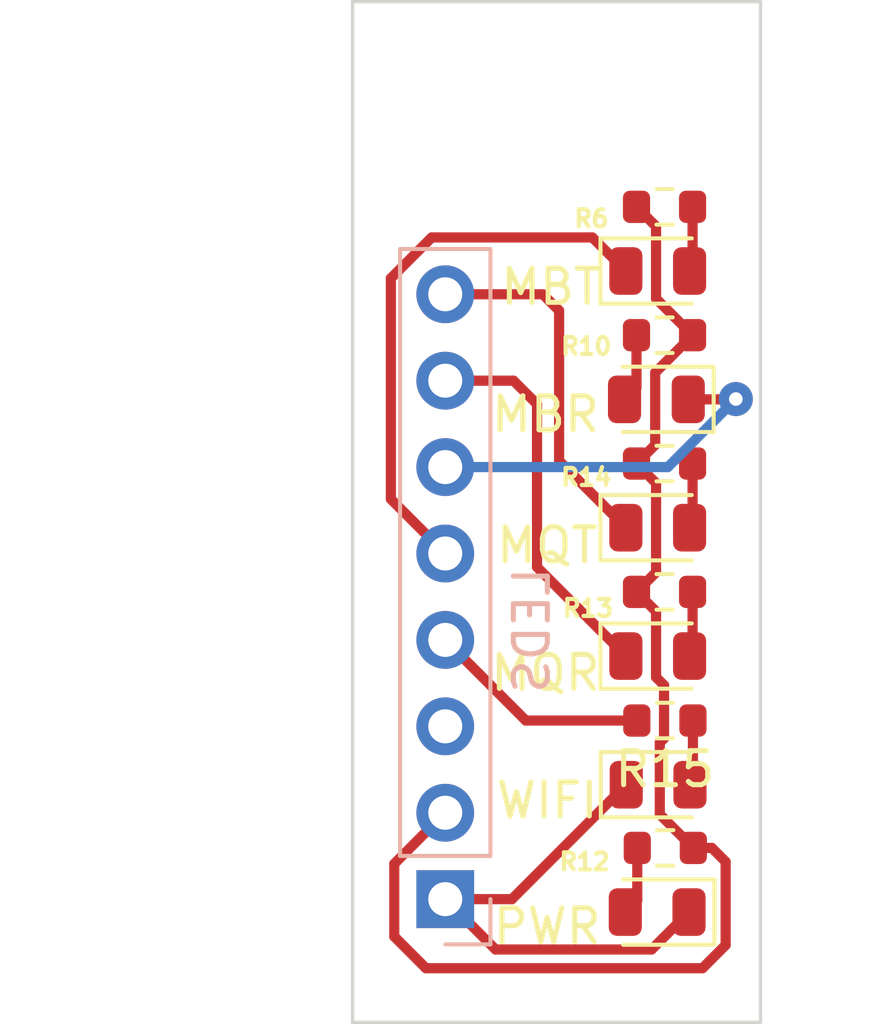
<source format=kicad_pcb>
(kicad_pcb (version 20221018) (generator pcbnew)
  (layers (0 "F.Cu" signal) (31 "B.Cu" signal) (34 "B.Paste" user) (35 "F.Paste" user) (36 "B.SilkS" user "B.Silkscreen") (37 "F.SilkS" user "F.Silkscreen") (38 "B.Mask" user) (39 "F.Mask" user) (44 "Edge.Cuts" user))
  (net 0 "")
  (net 1 "GND")
  (net 2 "+3V3")
  (net 3 "Net-(CH32V203F8P1-NRST)")
  (net 4 "Rx")
  (net 5 "Tx")
  (net 6 "Net-(CH32V203F8P1-PB15)")
  (net 7 "PA9")
  (net 8 "PA10")
  (net 9 "Net-(D2-A)")
  (net 10 "Net-(D3-A)")
  (net 11 "Net-(D5-A)")
  (net 12 "Net-(D6-A)")
  (net 13 "Net-(D7-A)")
  (net 14 "Net-(D8-A)")
  (footprint "Resistor_SMD:R_0603_1608Metric" (layer "F.Cu") (at 171.8025 88.3)
    (fp_text reference "R6" (at -2.1525 0.35) (layer "F.SilkS") (effects (font (size 0.5 0.5) (thickness 0.125))))
    (fp_text value "1k")
    (fp_line (start -0.237258 -0.5225) (end 0.237258 -0.5225) (stroke (width 0.12)) (layer "F.SilkS"))
    (fp_line (start -0.237258 0.5225) (end 0.237258 0.5225) (stroke (width 0.12)) (layer "F.SilkS"))
    (pad "1" smd roundrect (at -0.825 0) (size 0.8 0.95) (layers "F.Cu" "F.Paste" "F.Mask") (net 2 "+3V3"))
    (pad "2" smd roundrect (at 0.825 0) (size 0.8 0.95) (layers "F.Cu" "F.Paste" "F.Mask") (net 9 "Net-(D2-A)"))
  )
  (footprint "Diode_SMD:D_0805_2012Metric" (layer "F.Cu") (at 171.585 109.030594 180)
    (fp_text reference "PWR" (at 3.235 -0.419406) (layer "F.SilkS"))
    (fp_text value "LED")
    (fp_line (start -1.685 -0.96) (end -1.685 0.96) (stroke (width 0.12)) (layer "F.SilkS"))
    (fp_line (start -1.685 0.96) (end 1 0.96) (stroke (width 0.12)) (layer "F.SilkS"))
    (fp_line (start 1 -0.96) (end -1.685 -0.96) (stroke (width 0.12)) (layer "F.SilkS"))
    (pad "1" smd roundrect (at -0.9375 0 180) (size 0.975 1.4) (layers "F.Cu" "F.Paste" "F.Mask") (net 1 "GND"))
    (pad "2" smd roundrect (at 0.9375 0 180) (size 0.975 1.4) (layers "F.Cu" "F.Paste" "F.Mask") (net 11 "Net-(D5-A)"))
  )
  (footprint "Diode_SMD:D_0805_2012Metric" (layer "F.Cu") (at 171.6025 90.186363)
    (fp_text reference "MBT" (at -3.1525 0.463637) (layer "F.SilkS"))
    (fp_text value "Tx2")
    (fp_line (start -1.685 -0.96) (end -1.685 0.96) (stroke (width 0.12)) (layer "F.SilkS"))
    (fp_line (start -1.685 0.96) (end 1 0.96) (stroke (width 0.12)) (layer "F.SilkS"))
    (fp_line (start 1 -0.96) (end -1.685 -0.96) (stroke (width 0.12)) (layer "F.SilkS"))
    (pad "1" smd roundrect (at -0.9375 0) (size 0.975 1.4) (layers "F.Cu" "F.Paste" "F.Mask") (net 5 "Tx"))
    (pad "2" smd roundrect (at 0.9375 0) (size 0.975 1.4) (layers "F.Cu" "F.Paste" "F.Mask") (net 9 "Net-(D2-A)"))
  )
  (footprint "Resistor_SMD:R_0603_1608Metric" (layer "F.Cu") (at 171.8025 99.618178 180)
    (fp_text reference "R13" (at 2.2525 -0.481822) (layer "F.SilkS") (effects (font (size 0.5 0.5) (thickness 0.125))))
    (fp_text value "1k")
    (fp_line (start -0.237258 -0.5225) (end 0.237258 -0.5225) (stroke (width 0.12)) (layer "F.SilkS"))
    (fp_line (start -0.237258 0.5225) (end 0.237258 0.5225) (stroke (width 0.12)) (layer "F.SilkS"))
    (pad "1" smd roundrect (at -0.825 0 180) (size 0.8 0.95) (layers "F.Cu" "F.Paste" "F.Mask") (net 12 "Net-(D6-A)"))
    (pad "2" smd roundrect (at 0.825 0 180) (size 0.8 0.95) (layers "F.Cu" "F.Paste" "F.Mask") (net 2 "+3V3"))
  )
  (footprint "Diode_SMD:D_0805_2012Metric" (layer "F.Cu") (at 171.6025 97.731815)
    (fp_text reference "MQT" (at -3.2525 0.518185) (layer "F.SilkS"))
    (fp_text value "Tx1")
    (fp_line (start -1.685 -0.96) (end -1.685 0.96) (stroke (width 0.12)) (layer "F.SilkS"))
    (fp_line (start -1.685 0.96) (end 1 0.96) (stroke (width 0.12)) (layer "F.SilkS"))
    (fp_line (start 1 -0.96) (end -1.685 -0.96) (stroke (width 0.12)) (layer "F.SilkS"))
    (pad "1" smd roundrect (at -0.9375 0) (size 0.975 1.4) (layers "F.Cu" "F.Paste" "F.Mask") (net 7 "PA9"))
    (pad "2" smd roundrect (at 0.9375 0) (size 0.975 1.4) (layers "F.Cu" "F.Paste" "F.Mask") (net 13 "Net-(D7-A)"))
  )
  (footprint "Resistor_SMD:R_0603_1608Metric" (layer "F.Cu") (at 171.8025 92.072726 180)
    (fp_text reference "R10" (at 2.3025 -0.327274) (layer "F.SilkS") (effects (font (size 0.5 0.5) (thickness 0.125))))
    (fp_text value "1k")
    (fp_line (start -0.237258 -0.5225) (end 0.237258 -0.5225) (stroke (width 0.12)) (layer "F.SilkS"))
    (fp_line (start -0.237258 0.5225) (end 0.237258 0.5225) (stroke (width 0.12)) (layer "F.SilkS"))
    (pad "1" smd roundrect (at -0.825 0 180) (size 0.8 0.95) (layers "F.Cu" "F.Paste" "F.Mask") (net 2 "+3V3"))
    (pad "2" smd roundrect (at 0.825 0 180) (size 0.8 0.95) (layers "F.Cu" "F.Paste" "F.Mask") (net 10 "Net-(D3-A)"))
  )
  (footprint "Diode_SMD:D_0805_2012Metric" (layer "F.Cu") (at 171.6125 105.28637)
    (fp_text reference "WIFI" (at -3.2625 0.46363) (layer "F.SilkS"))
    (fp_text value "Rx1")
    (fp_line (start -1.685 -0.96) (end -1.685 0.96) (stroke (width 0.12)) (layer "F.SilkS"))
    (fp_line (start -1.685 0.96) (end 1 0.96) (stroke (width 0.12)) (layer "F.SilkS"))
    (fp_line (start 1 -0.96) (end -1.685 -0.96) (stroke (width 0.12)) (layer "F.SilkS"))
    (pad "1" smd roundrect (at -0.9375 0) (size 0.975 1.4) (layers "F.Cu" "F.Paste" "F.Mask") (net 1 "GND"))
    (pad "2" smd roundrect (at 0.9375 0) (size 0.975 1.4) (layers "F.Cu" "F.Paste" "F.Mask") (net 14 "Net-(D8-A)"))
  )
  (footprint "Resistor_SMD:R_0603_1608Metric" (layer "F.Cu") (at 171.8125 103.4 180)
    (fp_text reference "R15" (at 0 -1.43) (layer "F.SilkS"))
    (fp_text value "1k")
    (fp_line (start -0.237258 -0.5225) (end 0.237258 -0.5225) (stroke (width 0.12)) (layer "F.SilkS"))
    (fp_line (start -0.237258 0.5225) (end 0.237258 0.5225) (stroke (width 0.12)) (layer "F.SilkS"))
    (pad "1" smd roundrect (at -0.825 0 180) (size 0.8 0.95) (layers "F.Cu" "F.Paste" "F.Mask") (net 14 "Net-(D8-A)"))
    (pad "2" smd roundrect (at 0.825 0 180) (size 0.8 0.95) (layers "F.Cu" "F.Paste" "F.Mask") (net 6 "Net-(CH32V203F8P1-PB15)"))
  )
  (footprint "Diode_SMD:D_0805_2012Metric" (layer "F.Cu") (at 171.6025 101.504541)
    (fp_text reference "MQR" (at -3.3025 0.495459) (layer "F.SilkS") (effects (font (thickness 0.15) bold)))
    (fp_text value "Rx1")
    (fp_line (start -1.685 -0.96) (end -1.685 0.96) (stroke (width 0.12)) (layer "F.SilkS"))
    (fp_line (start -1.685 0.96) (end 1 0.96) (stroke (width 0.12)) (layer "F.SilkS"))
    (fp_line (start 1 -0.96) (end -1.685 -0.96) (stroke (width 0.12)) (layer "F.SilkS"))
    (pad "1" smd roundrect (at -0.9375 0) (size 0.975 1.4) (layers "F.Cu" "F.Paste" "F.Mask") (net 8 "PA10"))
    (pad "2" smd roundrect (at 0.9375 0) (size 0.975 1.4) (layers "F.Cu" "F.Paste" "F.Mask") (net 12 "Net-(D6-A)"))
  )
  (footprint "Resistor_SMD:R_0603_1608Metric" (layer "F.Cu") (at 171.825 107.144231 180)
    (fp_text reference "R12" (at 2.375 -0.405769) (layer "F.SilkS") (effects (font (size 0.5 0.5) (thickness 0.125))))
    (fp_text value "1k")
    (fp_line (start -0.237258 -0.5225) (end 0.237258 -0.5225) (stroke (width 0.12)) (layer "F.SilkS"))
    (fp_line (start -0.237258 0.5225) (end 0.237258 0.5225) (stroke (width 0.12)) (layer "F.SilkS"))
    (pad "1" smd roundrect (at -0.825 0 180) (size 0.8 0.95) (layers "F.Cu" "F.Paste" "F.Mask") (net 2 "+3V3"))
    (pad "2" smd roundrect (at 0.825 0 180) (size 0.8 0.95) (layers "F.Cu" "F.Paste" "F.Mask") (net 11 "Net-(D5-A)"))
  )
  (footprint "Diode_SMD:D_0805_2012Metric" (layer "F.Cu") (at 171.5625 93.959089 180)
    (fp_text reference "MBR" (at 3.2625 -0.440911) (layer "F.SilkS"))
    (fp_text value "Rx2")
    (fp_line (start -1.685 -0.96) (end -1.685 0.96) (stroke (width 0.12)) (layer "F.SilkS"))
    (fp_line (start -1.685 0.96) (end 1 0.96) (stroke (width 0.12)) (layer "F.SilkS"))
    (fp_line (start 1 -0.96) (end -1.685 -0.96) (stroke (width 0.12)) (layer "F.SilkS"))
    (pad "1" smd roundrect (at -0.9375 0 180) (size 0.975 1.4) (layers "F.Cu" "F.Paste" "F.Mask") (net 4 "Rx"))
    (pad "2" smd roundrect (at 0.9375 0 180) (size 0.975 1.4) (layers "F.Cu" "F.Paste" "F.Mask") (net 10 "Net-(D3-A)"))
  )
  (footprint "Resistor_SMD:R_0603_1608Metric" (layer "F.Cu") (at 171.8025 95.845452 180)
    (fp_text reference "R14" (at 2.3025 -0.404548) (layer "F.SilkS") (effects (font (size 0.5 0.5) (thickness 0.125))))
    (fp_text value "1k")
    (fp_line (start -0.237258 -0.5225) (end 0.237258 -0.5225) (stroke (width 0.12)) (layer "F.SilkS"))
    (fp_line (start -0.237258 0.5225) (end 0.237258 0.5225) (stroke (width 0.12)) (layer "F.SilkS"))
    (pad "1" smd roundrect (at -0.825 0 180) (size 0.8 0.95) (layers "F.Cu" "F.Paste" "F.Mask") (net 13 "Net-(D7-A)"))
    (pad "2" smd roundrect (at 0.825 0 180) (size 0.8 0.95) (layers "F.Cu" "F.Paste" "F.Mask") (net 2 "+3V3"))
  )
  (footprint "Connector_PinSocket_2.54mm:PinSocket_1x08_P2.54mm_Vertical" (layer "B.Cu") (at 165.35 108.65)
    (fp_text reference "LEDS" (at 2.55 -7.9 90) (layer "B.SilkS") (effects (justify mirror)))
    (fp_text value "PinSocket_1x08_P2.54mm_Vertical")
    (fp_line (start -1.33 -19.11) (end 1.33 -19.11) (stroke (width 0.12)) (layer "B.SilkS"))
    (fp_line (start -1.33 -1.27) (end -1.33 -19.11) (stroke (width 0.12)) (layer "B.SilkS"))
    (fp_line (start -1.33 -1.27) (end 1.33 -1.27) (stroke (width 0.12)) (layer "B.SilkS"))
    (fp_line (start 0 1.33) (end 1.33 1.33) (stroke (width 0.12)) (layer "B.SilkS"))
    (fp_line (start 1.33 -1.27) (end 1.33 -19.11) (stroke (width 0.12)) (layer "B.SilkS"))
    (fp_line (start 1.33 1.33) (end 1.33 0) (stroke (width 0.12)) (layer "B.SilkS"))
    (pad "1" thru_hole rect (at 0 0) (size 1.7 1.7) (drill 1) (layers "*.Cu" "*.Mask") (net 1 "GND"))
    (pad "2" thru_hole oval (at 0 -2.54) (size 1.7 1.7) (drill 1) (layers "*.Cu" "*.Mask") (net 2 "+3V3"))
    (pad "3" thru_hole oval (at 0 -5.08) (size 1.7 1.7) (drill 1) (layers "*.Cu" "*.Mask") (net 3 "Net-(CH32V203F8P1-NRST)"))
    (pad "4" thru_hole oval (at 0 -7.62) (size 1.7 1.7) (drill 1) (layers "*.Cu" "*.Mask") (net 6 "Net-(CH32V203F8P1-PB15)"))
    (pad "5" thru_hole oval (at 0 -10.16) (size 1.7 1.7) (drill 1) (layers "*.Cu" "*.Mask") (net 5 "Tx"))
    (pad "6" thru_hole oval (at 0 -12.7) (size 1.7 1.7) (drill 1) (layers "*.Cu" "*.Mask") (net 4 "Rx"))
    (pad "7" thru_hole oval (at 0 -15.24) (size 1.7 1.7) (drill 1) (layers "*.Cu" "*.Mask") (net 8 "PA10"))
    (pad "8" thru_hole oval (at 0 -17.78) (size 1.7 1.7) (drill 1) (layers "*.Cu" "*.Mask") (net 7 "PA9"))
  )
  (gr_line (start 162.625 112.27) (end 174.625 112.27) (stroke (width 0.1)) (layer "Edge.Cuts"))
  (gr_line (start 174.625 112.27) (end 174.625 82.27) (stroke (width 0.1)) (layer "Edge.Cuts"))
  (gr_line (start 174.625 82.27) (end 162.625 82.27) (stroke (width 0.1)) (layer "Edge.Cuts"))
  (gr_line (start 162.625 82.27) (end 162.625 112.27) (stroke (width 0.1)) (layer "Edge.Cuts"))
  (segment (start 165.35 108.65) (end 166.830594 110.130594) (width 0.3) (layer "F.Cu") (net 1))
  (segment (start 166.830594 110.130594) (end 171.4225 110.130594) (width 0.3) (layer "F.Cu") (net 1))
  (segment (start 167.31137 108.65) (end 170.675 105.28637) (width 0.3) (layer "F.Cu") (net 1))
  (segment (start 165.35 108.65) (end 167.31137 108.65) (width 0.3) (layer "F.Cu") (net 1))
  (segment (start 171.4225 110.130594) (end 172.5225 109.030594) (width 0.3) (layer "F.Cu") (net 1))
  (segment (start 171.5275 93.172726) (end 172.6275 92.072726) (width 0.3) (layer "F.Cu") (net 2))
  (segment (start 171.5525 100.193178) (end 170.9775 99.618178) (width 0.3) (layer "F.Cu") (net 2))
  (segment (start 171.6625 106.156731) (end 171.6625 104.048528) (width 0.3) (layer "F.Cu") (net 2))
  (segment (start 171.5275 95.295452) (end 171.5275 93.172726) (width 0.3) (layer "F.Cu") (net 2))
  (segment (start 164.780594 110.680594) (end 172.919406 110.680594) (width 0.3) (layer "F.Cu") (net 2))
  (segment (start 172.65 107.144231) (end 172.65 106.955768) (width 0.3) (layer "F.Cu") (net 2))
  (segment (start 171.5525 90.997726) (end 172.6275 92.072726) (width 0.3) (layer "F.Cu") (net 2))
  (segment (start 171.5525 88.875) (end 171.5525 90.997726) (width 0.3) (layer "F.Cu") (net 2))
  (segment (start 173.6 110) (end 173.6 107.55) (width 0.3) (layer "F.Cu") (net 2))
  (segment (start 173.6 107.55) (end 173.194231 107.144231) (width 0.3) (layer "F.Cu") (net 2))
  (segment (start 163.85 107.61) (end 163.85 109.75) (width 0.3) (layer "F.Cu") (net 2))
  (segment (start 171.5525 102.127441) (end 171.5525 100.193178) (width 0.3) (layer "F.Cu") (net 2))
  (segment (start 170.9775 88.3) (end 171.5525 88.875) (width 0.3) (layer "F.Cu") (net 2))
  (segment (start 172.65 107.144231) (end 171.6625 106.156731) (width 0.3) (layer "F.Cu") (net 2))
  (segment (start 171.7875 103.923528) (end 171.7875 102.362441) (width 0.3) (layer "F.Cu") (net 2))
  (segment (start 171.5525 99.043178) (end 171.5525 96.420452) (width 0.3) (layer "F.Cu") (net 2))
  (segment (start 171.7875 102.362441) (end 171.5525 102.127441) (width 0.3) (layer "F.Cu") (net 2))
  (segment (start 172.919406 110.680594) (end 173.6 110) (width 0.3) (layer "F.Cu") (net 2))
  (segment (start 170.9775 95.845452) (end 171.5275 95.295452) (width 0.3) (layer "F.Cu") (net 2))
  (segment (start 170.9775 99.618178) (end 171.5525 99.043178) (width 0.3) (layer "F.Cu") (net 2))
  (segment (start 171.6625 104.048528) (end 171.7875 103.923528) (width 0.3) (layer "F.Cu") (net 2))
  (segment (start 173.194231 107.144231) (end 172.65 107.144231) (width 0.3) (layer "F.Cu") (net 2))
  (segment (start 165.35 106.11) (end 163.85 107.61) (width 0.3) (layer "F.Cu") (net 2))
  (segment (start 163.85 109.75) (end 164.780594 110.680594) (width 0.3) (layer "F.Cu") (net 2))
  (segment (start 170.940963 99.618178) (end 170.9775 99.618178) (width 0.3) (layer "F.Cu") (net 2))
  (segment (start 171.5525 96.420452) (end 170.9775 95.845452) (width 0.3) (layer "F.Cu") (net 2))
  (segment (start 173.890911 93.959089) (end 173.9 93.95) (width 0.3) (layer "F.Cu") (net 4))
  (segment (start 172.5 93.959089) (end 173.890911 93.959089) (width 0.3) (layer "F.Cu") (net 4))
  (via (at 173.9 93.95) (size 1) (drill 0.4) (layers "F.Cu" "B.Cu") (net 4))
  (segment (start 165.35 95.95) (end 171.9 95.95) (width 0.3) (layer "B.Cu") (net 4))
  (segment (start 171.9 95.95) (end 173.9 93.95) (width 0.3) (layer "B.Cu") (net 4))
  (segment (start 165.35 98.49) (end 163.75 96.89) (width 0.3) (layer "F.Cu") (net 5))
  (segment (start 169.678637 89.2) (end 170.665 90.186363) (width 0.3) (layer "F.Cu") (net 5))
  (segment (start 163.75 96.89) (end 163.75 90.4) (width 0.3) (layer "F.Cu") (net 5))
  (segment (start 163.75 90.4) (end 164.95 89.2) (width 0.3) (layer "F.Cu") (net 5))
  (segment (start 164.95 89.2) (end 169.678637 89.2) (width 0.3) (layer "F.Cu") (net 5))
  (segment (start 167.72 103.4) (end 165.35 101.03) (width 0.3) (layer "F.Cu") (net 6))
  (segment (start 170.9875 103.4) (end 167.72 103.4) (width 0.3) (layer "F.Cu") (net 6))
  (segment (start 168.22 90.87) (end 165.35 90.87) (width 0.3) (layer "F.Cu") (net 7))
  (segment (start 168.7 95.766815) (end 168.7 91.35) (width 0.3) (layer "F.Cu") (net 7))
  (segment (start 170.665 97.731815) (end 168.7 95.766815) (width 0.3) (layer "F.Cu") (net 7))
  (segment (start 168.7 91.35) (end 168.22 90.87) (width 0.3) (layer "F.Cu") (net 7))
  (segment (start 168.05 98.889541) (end 168.05 94.1) (width 0.3) (layer "F.Cu") (net 8))
  (segment (start 168.05 94.1) (end 167.36 93.41) (width 0.3) (layer "F.Cu") (net 8))
  (segment (start 170.665 101.504541) (end 168.05 98.889541) (width 0.3) (layer "F.Cu") (net 8))
  (segment (start 167.36 93.41) (end 165.35 93.41) (width 0.3) (layer "F.Cu") (net 8))
  (segment (start 172.6275 88.3) (end 172.6275 90.098863) (width 0.3) (layer "F.Cu") (net 9))
  (segment (start 172.6275 90.098863) (end 172.54 90.186363) (width 0.3) (layer "F.Cu") (net 9))
  (segment (start 170.9775 93.606589) (end 170.625 93.959089) (width 0.3) (layer "F.Cu") (net 10))
  (segment (start 170.9775 92.072726) (end 170.9775 93.606589) (width 0.3) (layer "F.Cu") (net 10))
  (segment (start 171 108.678094) (end 170.6475 109.030594) (width 0.3) (layer "F.Cu") (net 11))
  (segment (start 171 107.144231) (end 171 108.678094) (width 0.3) (layer "F.Cu") (net 11))
  (segment (start 172.6275 99.618178) (end 172.6275 101.417041) (width 0.3) (layer "F.Cu") (net 12))
  (segment (start 172.6275 101.417041) (end 172.54 101.504541) (width 0.3) (layer "F.Cu") (net 12))
  (segment (start 172.6275 95.845452) (end 172.6275 97.644315) (width 0.3) (layer "F.Cu") (net 13))
  (segment (start 172.6275 97.644315) (end 172.54 97.731815) (width 0.3) (layer "F.Cu") (net 13))
  (segment (start 172.6375 105.19887) (end 172.55 105.28637) (width 0.3) (layer "F.Cu") (net 14))
  (segment (start 172.6375 103.4) (end 172.6375 105.19887) (width 0.3) (layer "F.Cu") (net 14))
  (segment (start 172.55 103.4875) (end 172.6375 103.4) (width 0.3) (layer "F.Cu") (net 14))
)
</source>
